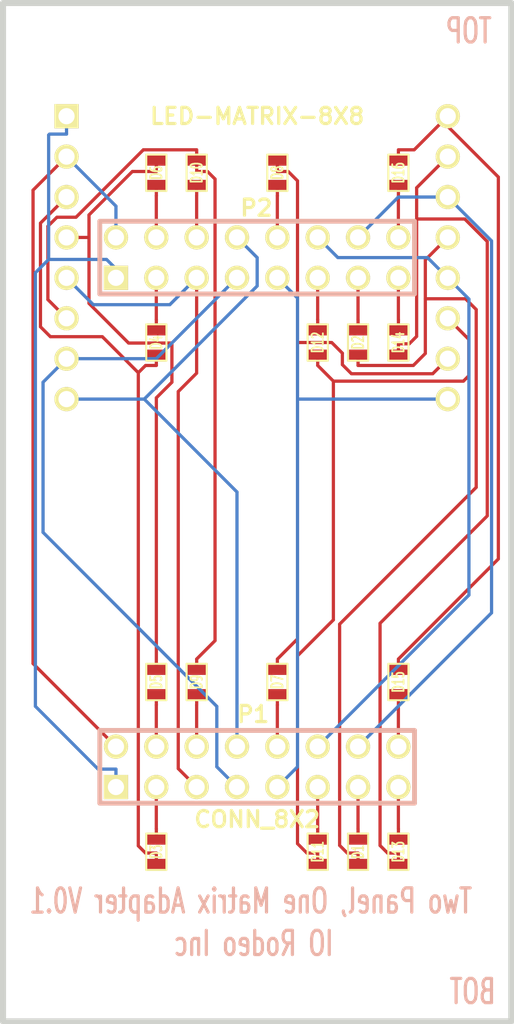
<source format=kicad_pcb>
(kicad_pcb (version 20171130) (host pcbnew 5.1.10)

  (general
    (thickness 1.6002)
    (drawings 8)
    (tracks 199)
    (zones 0)
    (modules 19)
    (nets 33)
  )

  (page A4)
  (title_block
    (date "12 apr 2013")
  )

  (layers
    (0 Front signal)
    (31 Back signal)
    (32 B.Adhes user)
    (33 F.Adhes user)
    (34 B.Paste user)
    (35 F.Paste user)
    (36 B.SilkS user)
    (37 F.SilkS user)
    (38 B.Mask user)
    (39 F.Mask user)
    (40 Dwgs.User user)
    (41 Cmts.User user)
    (42 Eco1.User user)
    (43 Eco2.User user)
    (44 Edge.Cuts user)
  )

  (setup
    (last_trace_width 0.2032)
    (trace_clearance 0.254)
    (zone_clearance 0.508)
    (zone_45_only no)
    (trace_min 0.2032)
    (via_size 0.889)
    (via_drill 0.635)
    (via_min_size 0.889)
    (via_min_drill 0.508)
    (uvia_size 0.508)
    (uvia_drill 0.127)
    (uvias_allowed no)
    (uvia_min_size 0.508)
    (uvia_min_drill 0.127)
    (edge_width 0.381)
    (segment_width 0.381)
    (pcb_text_width 0.3048)
    (pcb_text_size 1.524 2.032)
    (mod_edge_width 0.381)
    (mod_text_size 1.524 1.524)
    (mod_text_width 0.3048)
    (pad_size 1.524 1.524)
    (pad_drill 0.8128)
    (pad_to_mask_clearance 0.254)
    (aux_axis_origin 0 0)
    (visible_elements FFFFFF7F)
    (pcbplotparams
      (layerselection 0x00030_ffffffff)
      (usegerberextensions true)
      (usegerberattributes true)
      (usegerberadvancedattributes true)
      (creategerberjobfile true)
      (excludeedgelayer true)
      (linewidth 0.150000)
      (plotframeref false)
      (viasonmask false)
      (mode 1)
      (useauxorigin false)
      (hpglpennumber 1)
      (hpglpenspeed 20)
      (hpglpendiameter 15.000000)
      (psnegative false)
      (psa4output false)
      (plotreference true)
      (plotvalue true)
      (plotinvisibletext false)
      (padsonsilk false)
      (subtractmaskfromsilk false)
      (outputformat 1)
      (mirror false)
      (drillshape 1)
      (scaleselection 1)
      (outputdirectory ""))
  )

  (net 0 "")
  (net 1 /COL1)
  (net 2 /COL10)
  (net 3 /COL11)
  (net 4 /COL12)
  (net 5 /COL13)
  (net 6 /COL14)
  (net 7 /COL15)
  (net 8 /COL16)
  (net 9 /COL2)
  (net 10 /COL3)
  (net 11 /COL4)
  (net 12 /COL5)
  (net 13 /COL6)
  (net 14 /COL7)
  (net 15 /COL8)
  (net 16 /COL9)
  (net 17 /ROW1)
  (net 18 /ROW2)
  (net 19 /ROW3)
  (net 20 /ROW4)
  (net 21 /ROW5)
  (net 22 /ROW6)
  (net 23 /ROW7)
  (net 24 /ROW8)
  (net 25 N-000002)
  (net 26 N-000021)
  (net 27 N-000022)
  (net 28 N-000023)
  (net 29 N-000024)
  (net 30 N-000025)
  (net 31 N-000026)
  (net 32 N-000030)

  (net_class Default "This is the default net class."
    (clearance 0.254)
    (trace_width 0.2032)
    (via_dia 0.889)
    (via_drill 0.635)
    (uvia_dia 0.508)
    (uvia_drill 0.127)
    (add_net /COL1)
    (add_net /COL10)
    (add_net /COL11)
    (add_net /COL12)
    (add_net /COL13)
    (add_net /COL14)
    (add_net /COL15)
    (add_net /COL16)
    (add_net /COL2)
    (add_net /COL3)
    (add_net /COL4)
    (add_net /COL5)
    (add_net /COL6)
    (add_net /COL7)
    (add_net /COL8)
    (add_net /COL9)
    (add_net /ROW1)
    (add_net /ROW2)
    (add_net /ROW3)
    (add_net /ROW4)
    (add_net /ROW5)
    (add_net /ROW6)
    (add_net /ROW7)
    (add_net /ROW8)
    (add_net N-000002)
    (add_net N-000021)
    (add_net N-000022)
    (add_net N-000023)
    (add_net N-000024)
    (add_net N-000025)
    (add_net N-000026)
    (add_net N-000030)
  )

  (module pin_array_8x2_custom (layer Front) (tedit 51687AC4) (tstamp 516879BA)
    (at 66.79946 98.80092)
    (descr "Double rangee de contacts 2 x 8 pins")
    (tags CONN)
    (path /5161B211)
    (fp_text reference P1 (at -0.254 -3.302) (layer F.SilkS)
      (effects (font (size 1.016 1.016) (thickness 0.2032)))
    )
    (fp_text value CONN_8X2 (at 0 3.302) (layer F.SilkS)
      (effects (font (size 1.016 1.016) (thickness 0.2032)))
    )
    (fp_line (start -9.906 2.286) (end -9.906 -2.286) (layer B.SilkS) (width 0.3048))
    (fp_line (start -9.906 -2.286) (end 9.906 -2.286) (layer B.SilkS) (width 0.3048))
    (fp_line (start 9.906 -2.286) (end 9.906 2.286) (layer B.SilkS) (width 0.3048))
    (fp_line (start 9.906 2.286) (end -9.906 2.286) (layer B.SilkS) (width 0.3048))
    (pad 1 thru_hole rect (at -8.89 1.27) (size 1.524 1.524) (drill 1.016) (layers *.Cu *.Mask F.SilkS)
      (net 21 /ROW5))
    (pad 2 thru_hole circle (at -8.89 -1.27) (size 1.524 1.524) (drill 1.016) (layers *.Cu *.Mask F.SilkS)
      (net 23 /ROW7))
    (pad 3 thru_hole circle (at -6.35 1.27) (size 1.524 1.524) (drill 1.016) (layers *.Cu *.Mask F.SilkS)
      (net 9 /COL2))
    (pad 4 thru_hole circle (at -6.35 -1.27) (size 1.524 1.524) (drill 1.016) (layers *.Cu *.Mask F.SilkS)
      (net 10 /COL3))
    (pad 5 thru_hole circle (at -3.81 1.27) (size 1.524 1.524) (drill 1.016) (layers *.Cu *.Mask F.SilkS)
      (net 24 /ROW8))
    (pad 6 thru_hole circle (at -3.81 -1.27) (size 1.524 1.524) (drill 1.016) (layers *.Cu *.Mask F.SilkS)
      (net 12 /COL5))
    (pad 7 thru_hole circle (at -1.27 1.27) (size 1.524 1.524) (drill 1.016) (layers *.Cu *.Mask F.SilkS)
      (net 22 /ROW6))
    (pad 8 thru_hole circle (at -1.27 -1.27) (size 1.524 1.524) (drill 1.016) (layers *.Cu *.Mask F.SilkS)
      (net 19 /ROW3))
    (pad 9 thru_hole circle (at 1.27 1.27) (size 1.524 1.524) (drill 1.016) (layers *.Cu *.Mask F.SilkS)
      (net 17 /ROW1))
    (pad 10 thru_hole circle (at 1.27 -1.27) (size 1.524 1.524) (drill 1.016) (layers *.Cu *.Mask F.SilkS)
      (net 11 /COL4))
    (pad 11 thru_hole circle (at 3.81 1.27) (size 1.524 1.524) (drill 1.016) (layers *.Cu *.Mask F.SilkS)
      (net 13 /COL6))
    (pad 12 thru_hole circle (at 3.81 -1.27) (size 1.524 1.524) (drill 1.016) (layers *.Cu *.Mask F.SilkS)
      (net 20 /ROW4))
    (pad 13 thru_hole circle (at 6.35 1.27) (size 1.524 1.524) (drill 1.016) (layers *.Cu *.Mask F.SilkS)
      (net 1 /COL1))
    (pad 14 thru_hole circle (at 6.35 -1.27) (size 1.524 1.524) (drill 1.016) (layers *.Cu *.Mask F.SilkS)
      (net 18 /ROW2))
    (pad 15 thru_hole circle (at 8.89 1.27) (size 1.524 1.524) (drill 1.016) (layers *.Cu *.Mask F.SilkS)
      (net 14 /COL7))
    (pad 16 thru_hole circle (at 8.89 -1.27) (size 1.524 1.524) (drill 1.016) (layers *.Cu *.Mask F.SilkS)
      (net 15 /COL8))
    (model pin_array/pins_array_8x2.wrl
      (at (xyz 0 0 0))
      (scale (xyz 1 1 1))
      (rotate (xyz 0 0 0))
    )
  )

  (module pin_array_8x2_custom (layer Front) (tedit 51687A91) (tstamp 516879BC)
    (at 66.79946 66.79946)
    (descr "Double rangee de contacts 2 x 8 pins")
    (tags CONN)
    (path /5161BB2B)
    (fp_text reference P2 (at -0.04826 -3.12166) (layer F.SilkS)
      (effects (font (size 1.016 1.016) (thickness 0.2032)))
    )
    (fp_text value CONN_8X2 (at 0 3.302) (layer F.SilkS) hide
      (effects (font (size 1.016 1.016) (thickness 0.2032)))
    )
    (fp_line (start -9.906 2.286) (end -9.906 -2.286) (layer B.SilkS) (width 0.3048))
    (fp_line (start -9.906 -2.286) (end 9.906 -2.286) (layer B.SilkS) (width 0.3048))
    (fp_line (start 9.906 -2.286) (end 9.906 2.286) (layer B.SilkS) (width 0.3048))
    (fp_line (start 9.906 2.286) (end -9.906 2.286) (layer B.SilkS) (width 0.3048))
    (pad 1 thru_hole rect (at -8.89 1.27) (size 1.524 1.524) (drill 1.016) (layers *.Cu *.Mask F.SilkS)
      (net 21 /ROW5))
    (pad 2 thru_hole circle (at -8.89 -1.27) (size 1.524 1.524) (drill 1.016) (layers *.Cu *.Mask F.SilkS)
      (net 23 /ROW7))
    (pad 3 thru_hole circle (at -6.35 1.27) (size 1.524 1.524) (drill 1.016) (layers *.Cu *.Mask F.SilkS)
      (net 2 /COL10))
    (pad 4 thru_hole circle (at -6.35 -1.27) (size 1.524 1.524) (drill 1.016) (layers *.Cu *.Mask F.SilkS)
      (net 3 /COL11))
    (pad 5 thru_hole circle (at -3.81 1.27) (size 1.524 1.524) (drill 1.016) (layers *.Cu *.Mask F.SilkS)
      (net 24 /ROW8))
    (pad 6 thru_hole circle (at -3.81 -1.27) (size 1.524 1.524) (drill 1.016) (layers *.Cu *.Mask F.SilkS)
      (net 5 /COL13))
    (pad 7 thru_hole circle (at -1.27 1.27) (size 1.524 1.524) (drill 1.016) (layers *.Cu *.Mask F.SilkS)
      (net 22 /ROW6))
    (pad 8 thru_hole circle (at -1.27 -1.27) (size 1.524 1.524) (drill 1.016) (layers *.Cu *.Mask F.SilkS)
      (net 19 /ROW3))
    (pad 9 thru_hole circle (at 1.27 1.27) (size 1.524 1.524) (drill 1.016) (layers *.Cu *.Mask F.SilkS)
      (net 17 /ROW1))
    (pad 10 thru_hole circle (at 1.27 -1.27) (size 1.524 1.524) (drill 1.016) (layers *.Cu *.Mask F.SilkS)
      (net 4 /COL12))
    (pad 11 thru_hole circle (at 3.81 1.27) (size 1.524 1.524) (drill 1.016) (layers *.Cu *.Mask F.SilkS)
      (net 6 /COL14))
    (pad 12 thru_hole circle (at 3.81 -1.27) (size 1.524 1.524) (drill 1.016) (layers *.Cu *.Mask F.SilkS)
      (net 20 /ROW4))
    (pad 13 thru_hole circle (at 6.35 1.27) (size 1.524 1.524) (drill 1.016) (layers *.Cu *.Mask F.SilkS)
      (net 16 /COL9))
    (pad 14 thru_hole circle (at 6.35 -1.27) (size 1.524 1.524) (drill 1.016) (layers *.Cu *.Mask F.SilkS)
      (net 18 /ROW2))
    (pad 15 thru_hole circle (at 8.89 1.27) (size 1.524 1.524) (drill 1.016) (layers *.Cu *.Mask F.SilkS)
      (net 7 /COL15))
    (pad 16 thru_hole circle (at 8.89 -1.27) (size 1.524 1.524) (drill 1.016) (layers *.Cu *.Mask F.SilkS)
      (net 8 /COL16))
    (model pin_array/pins_array_8x2.wrl
      (at (xyz 0 0 0))
      (scale (xyz 1 1 1))
      (rotate (xyz 0 0 0))
    )
  )

  (module LED_8x8 (layer Front) (tedit 51689313) (tstamp 516879BD)
    (at 66.79946 66.79946)
    (descr "LED 8x8 Matrix w/ 8x1 Peel-A-Way connectors (terminal type 210)")
    (tags LED)
    (path /5161B1D4)
    (fp_text reference M1 (at -14.47546 -8.65886) (layer F.SilkS) hide
      (effects (font (size 1.016 1.016) (thickness 0.2032)))
    )
    (fp_text value LED-MATRIX-8X8 (at 0.00254 -8.88746) (layer F.SilkS)
      (effects (font (size 1.016 1.016) (thickness 0.2032)))
    )
    (fp_line (start 15.99946 15.99946) (end -15.99946 15.99946) (layer Dwgs.User) (width 0.3048))
    (fp_line (start -15.99946 15.99946) (end -15.99946 -15.99946) (layer Dwgs.User) (width 0.3048))
    (fp_line (start -15.99946 -15.99946) (end 15.99946 -15.99946) (layer Dwgs.User) (width 0.3048))
    (fp_line (start 15.99946 -15.99946) (end 15.99946 15.99946) (layer Dwgs.User) (width 0.3048))
    (fp_line (start 10.72896 9.90854) (end 10.72896 -9.90346) (layer Dwgs.User) (width 0.3048))
    (fp_line (start 13.26896 -9.90346) (end 13.26896 9.90854) (layer Dwgs.User) (width 0.3048))
    (fp_line (start 13.26896 -9.90346) (end 10.72896 -9.90346) (layer Dwgs.User) (width 0.3048))
    (fp_line (start 13.26896 9.90854) (end 10.72896 9.90854) (layer Dwgs.User) (width 0.3048))
    (fp_line (start -10.7315 9.90854) (end -13.2715 9.90854) (layer Dwgs.User) (width 0.3048))
    (fp_line (start -10.7315 -9.90346) (end -13.2715 -9.90346) (layer Dwgs.User) (width 0.3048))
    (fp_line (start -10.7315 -9.90346) (end -10.7315 9.90854) (layer Dwgs.User) (width 0.3048))
    (fp_line (start -13.2715 9.90854) (end -13.2715 -9.90346) (layer Dwgs.User) (width 0.3048))
    (pad 9 thru_hole circle (at 11.99896 8.89254 270) (size 1.524 1.524) (drill 1.016) (layers *.Cu *.Mask F.SilkS)
      (net 17 /ROW1))
    (pad 10 thru_hole circle (at 11.99896 6.35254 270) (size 1.524 1.524) (drill 1.016) (layers *.Cu *.Mask F.SilkS)
      (net 29 N-000024))
    (pad 11 thru_hole circle (at 11.99896 3.81254 270) (size 1.524 1.524) (drill 1.016) (layers *.Cu *.Mask F.SilkS)
      (net 28 N-000023))
    (pad 12 thru_hole circle (at 11.99896 1.27254 270) (size 1.524 1.524) (drill 1.016) (layers *.Cu *.Mask F.SilkS)
      (net 20 /ROW4))
    (pad 13 thru_hole circle (at 11.99896 -1.26746 270) (size 1.524 1.524) (drill 1.016) (layers *.Cu *.Mask F.SilkS)
      (net 31 N-000026))
    (pad 14 thru_hole circle (at 11.99896 -3.80746 270) (size 1.524 1.524) (drill 1.016) (layers *.Cu *.Mask F.SilkS)
      (net 18 /ROW2))
    (pad 15 thru_hole circle (at 11.99896 -6.34746 270) (size 1.524 1.524) (drill 1.016) (layers *.Cu *.Mask F.SilkS)
      (net 27 N-000022))
    (pad 16 thru_hole circle (at 11.99896 -8.88746 180) (size 1.524 1.524) (drill 1.016) (layers *.Cu *.Mask F.SilkS)
      (net 26 N-000021))
    (pad 1 thru_hole rect (at -12.0015 -8.88746 180) (size 1.524 1.524) (drill 1.016) (layers *.Cu *.Mask F.SilkS)
      (net 21 /ROW5))
    (pad 2 thru_hole circle (at -12.0015 -6.34746 270) (size 1.524 1.524) (drill 1.016) (layers *.Cu *.Mask F.SilkS)
      (net 23 /ROW7))
    (pad 3 thru_hole circle (at -12.0015 -3.80746 270) (size 1.524 1.524) (drill 1.016) (layers *.Cu *.Mask F.SilkS)
      (net 30 N-000025))
    (pad 4 thru_hole circle (at -12.0015 -1.26746 270) (size 1.524 1.524) (drill 1.016) (layers *.Cu *.Mask F.SilkS)
      (net 25 N-000002))
    (pad 5 thru_hole circle (at -12.0015 1.27254 270) (size 1.524 1.524) (drill 1.016) (layers *.Cu *.Mask F.SilkS)
      (net 24 /ROW8))
    (pad 6 thru_hole circle (at -12.0015 3.81254 270) (size 1.524 1.524) (drill 1.016) (layers *.Cu *.Mask F.SilkS)
      (net 32 N-000030))
    (pad 7 thru_hole circle (at -12.0015 6.35254 270) (size 1.524 1.524) (drill 1.016) (layers *.Cu *.Mask F.SilkS)
      (net 22 /ROW6))
    (pad 8 thru_hole circle (at -12.0015 8.89254 270) (size 1.524 1.524) (drill 1.016) (layers *.Cu *.Mask F.SilkS)
      (net 19 /ROW3))
  )

  (module SM0603 (layer Front) (tedit 455C3716) (tstamp 5168920F)
    (at 73.152 104.14 270)
    (path /51688E93)
    (attr smd)
    (fp_text reference D1 (at 0 0 270) (layer F.SilkS)
      (effects (font (size 0.7112 0.4572) (thickness 0.1143)))
    )
    (fp_text value DIODE (at 0 0 270) (layer F.SilkS) hide
      (effects (font (size 0.7112 0.4572) (thickness 0.1143)))
    )
    (fp_line (start -1.143 -0.635) (end 1.143 -0.635) (layer F.SilkS) (width 0.127))
    (fp_line (start 1.143 -0.635) (end 1.143 0.635) (layer F.SilkS) (width 0.127))
    (fp_line (start 1.143 0.635) (end -1.143 0.635) (layer F.SilkS) (width 0.127))
    (fp_line (start -1.143 0.635) (end -1.143 -0.635) (layer F.SilkS) (width 0.127))
    (pad 1 smd rect (at -0.762 0 270) (size 0.635 1.143) (layers Front F.Paste F.Mask)
      (net 1 /COL1))
    (pad 2 smd rect (at 0.762 0 270) (size 0.635 1.143) (layers Front F.Paste F.Mask)
      (net 31 N-000026))
    (model smd/chip_cms.wrl
      (at (xyz 0 0 0))
      (scale (xyz 0.08 0.08 0.08))
      (rotate (xyz 0 0 0))
    )
  )

  (module SM0603 (layer Front) (tedit 455C3716) (tstamp 51689211)
    (at 73.152 72.136 270)
    (path /51688EBB)
    (attr smd)
    (fp_text reference D2 (at 0 0 270) (layer F.SilkS)
      (effects (font (size 0.7112 0.4572) (thickness 0.1143)))
    )
    (fp_text value DIODE (at 0 0 270) (layer F.SilkS) hide
      (effects (font (size 0.7112 0.4572) (thickness 0.1143)))
    )
    (fp_line (start -1.143 -0.635) (end 1.143 -0.635) (layer F.SilkS) (width 0.127))
    (fp_line (start 1.143 -0.635) (end 1.143 0.635) (layer F.SilkS) (width 0.127))
    (fp_line (start 1.143 0.635) (end -1.143 0.635) (layer F.SilkS) (width 0.127))
    (fp_line (start -1.143 0.635) (end -1.143 -0.635) (layer F.SilkS) (width 0.127))
    (pad 1 smd rect (at -0.762 0 270) (size 0.635 1.143) (layers Front F.Paste F.Mask)
      (net 16 /COL9))
    (pad 2 smd rect (at 0.762 0 270) (size 0.635 1.143) (layers Front F.Paste F.Mask)
      (net 31 N-000026))
    (model smd/chip_cms.wrl
      (at (xyz 0 0 0))
      (scale (xyz 0.08 0.08 0.08))
      (rotate (xyz 0 0 0))
    )
  )

  (module SM0603 (layer Front) (tedit 455C3716) (tstamp 51689213)
    (at 60.452 104.14 270)
    (path /51688EC6)
    (attr smd)
    (fp_text reference D3 (at 0 0 270) (layer F.SilkS)
      (effects (font (size 0.7112 0.4572) (thickness 0.1143)))
    )
    (fp_text value DIODE (at 0 0 270) (layer F.SilkS) hide
      (effects (font (size 0.7112 0.4572) (thickness 0.1143)))
    )
    (fp_line (start -1.143 -0.635) (end 1.143 -0.635) (layer F.SilkS) (width 0.127))
    (fp_line (start 1.143 -0.635) (end 1.143 0.635) (layer F.SilkS) (width 0.127))
    (fp_line (start 1.143 0.635) (end -1.143 0.635) (layer F.SilkS) (width 0.127))
    (fp_line (start -1.143 0.635) (end -1.143 -0.635) (layer F.SilkS) (width 0.127))
    (pad 1 smd rect (at -0.762 0 270) (size 0.635 1.143) (layers Front F.Paste F.Mask)
      (net 9 /COL2))
    (pad 2 smd rect (at 0.762 0 270) (size 0.635 1.143) (layers Front F.Paste F.Mask)
      (net 30 N-000025))
    (model smd/chip_cms.wrl
      (at (xyz 0 0 0))
      (scale (xyz 0.08 0.08 0.08))
      (rotate (xyz 0 0 0))
    )
  )

  (module SM0603 (layer Front) (tedit 455C3716) (tstamp 51689215)
    (at 60.452 72.136 270)
    (path /51688EC9)
    (attr smd)
    (fp_text reference D4 (at 0 0 270) (layer F.SilkS)
      (effects (font (size 0.7112 0.4572) (thickness 0.1143)))
    )
    (fp_text value DIODE (at 0 0 270) (layer F.SilkS) hide
      (effects (font (size 0.7112 0.4572) (thickness 0.1143)))
    )
    (fp_line (start -1.143 -0.635) (end 1.143 -0.635) (layer F.SilkS) (width 0.127))
    (fp_line (start 1.143 -0.635) (end 1.143 0.635) (layer F.SilkS) (width 0.127))
    (fp_line (start 1.143 0.635) (end -1.143 0.635) (layer F.SilkS) (width 0.127))
    (fp_line (start -1.143 0.635) (end -1.143 -0.635) (layer F.SilkS) (width 0.127))
    (pad 1 smd rect (at -0.762 0 270) (size 0.635 1.143) (layers Front F.Paste F.Mask)
      (net 2 /COL10))
    (pad 2 smd rect (at 0.762 0 270) (size 0.635 1.143) (layers Front F.Paste F.Mask)
      (net 30 N-000025))
    (model smd/chip_cms.wrl
      (at (xyz 0 0 0))
      (scale (xyz 0.08 0.08 0.08))
      (rotate (xyz 0 0 0))
    )
  )

  (module SM0603 (layer Front) (tedit 455C3716) (tstamp 51689217)
    (at 60.452 93.472 90)
    (path /51688ECC)
    (attr smd)
    (fp_text reference D5 (at 0 0 90) (layer F.SilkS)
      (effects (font (size 0.7112 0.4572) (thickness 0.1143)))
    )
    (fp_text value DIODE (at 0 0 90) (layer F.SilkS) hide
      (effects (font (size 0.7112 0.4572) (thickness 0.1143)))
    )
    (fp_line (start -1.143 -0.635) (end 1.143 -0.635) (layer F.SilkS) (width 0.127))
    (fp_line (start 1.143 -0.635) (end 1.143 0.635) (layer F.SilkS) (width 0.127))
    (fp_line (start 1.143 0.635) (end -1.143 0.635) (layer F.SilkS) (width 0.127))
    (fp_line (start -1.143 0.635) (end -1.143 -0.635) (layer F.SilkS) (width 0.127))
    (pad 1 smd rect (at -0.762 0 90) (size 0.635 1.143) (layers Front F.Paste F.Mask)
      (net 10 /COL3))
    (pad 2 smd rect (at 0.762 0 90) (size 0.635 1.143) (layers Front F.Paste F.Mask)
      (net 25 N-000002))
    (model smd/chip_cms.wrl
      (at (xyz 0 0 0))
      (scale (xyz 0.08 0.08 0.08))
      (rotate (xyz 0 0 0))
    )
  )

  (module SM0603 (layer Front) (tedit 455C3716) (tstamp 51689219)
    (at 60.452 61.468 90)
    (path /51688ECD)
    (attr smd)
    (fp_text reference D6 (at 0 0 90) (layer F.SilkS)
      (effects (font (size 0.7112 0.4572) (thickness 0.1143)))
    )
    (fp_text value DIODE (at 0 0 90) (layer F.SilkS) hide
      (effects (font (size 0.7112 0.4572) (thickness 0.1143)))
    )
    (fp_line (start -1.143 -0.635) (end 1.143 -0.635) (layer F.SilkS) (width 0.127))
    (fp_line (start 1.143 -0.635) (end 1.143 0.635) (layer F.SilkS) (width 0.127))
    (fp_line (start 1.143 0.635) (end -1.143 0.635) (layer F.SilkS) (width 0.127))
    (fp_line (start -1.143 0.635) (end -1.143 -0.635) (layer F.SilkS) (width 0.127))
    (pad 1 smd rect (at -0.762 0 90) (size 0.635 1.143) (layers Front F.Paste F.Mask)
      (net 3 /COL11))
    (pad 2 smd rect (at 0.762 0 90) (size 0.635 1.143) (layers Front F.Paste F.Mask)
      (net 25 N-000002))
    (model smd/chip_cms.wrl
      (at (xyz 0 0 0))
      (scale (xyz 0.08 0.08 0.08))
      (rotate (xyz 0 0 0))
    )
  )

  (module SM0603 (layer Front) (tedit 455C3716) (tstamp 5168921B)
    (at 68.072 93.472 90)
    (path /51688ECF)
    (attr smd)
    (fp_text reference D7 (at 0 0 90) (layer F.SilkS)
      (effects (font (size 0.7112 0.4572) (thickness 0.1143)))
    )
    (fp_text value DIODE (at 0 0 90) (layer F.SilkS) hide
      (effects (font (size 0.7112 0.4572) (thickness 0.1143)))
    )
    (fp_line (start -1.143 -0.635) (end 1.143 -0.635) (layer F.SilkS) (width 0.127))
    (fp_line (start 1.143 -0.635) (end 1.143 0.635) (layer F.SilkS) (width 0.127))
    (fp_line (start 1.143 0.635) (end -1.143 0.635) (layer F.SilkS) (width 0.127))
    (fp_line (start -1.143 0.635) (end -1.143 -0.635) (layer F.SilkS) (width 0.127))
    (pad 1 smd rect (at -0.762 0 90) (size 0.635 1.143) (layers Front F.Paste F.Mask)
      (net 11 /COL4))
    (pad 2 smd rect (at 0.762 0 90) (size 0.635 1.143) (layers Front F.Paste F.Mask)
      (net 29 N-000024))
    (model smd/chip_cms.wrl
      (at (xyz 0 0 0))
      (scale (xyz 0.08 0.08 0.08))
      (rotate (xyz 0 0 0))
    )
  )

  (module SM0603 (layer Front) (tedit 455C3716) (tstamp 5168921D)
    (at 68.072 61.468 90)
    (path /51688F94)
    (attr smd)
    (fp_text reference D8 (at 0 0 90) (layer F.SilkS)
      (effects (font (size 0.7112 0.4572) (thickness 0.1143)))
    )
    (fp_text value DIODE (at 0 0 90) (layer F.SilkS) hide
      (effects (font (size 0.7112 0.4572) (thickness 0.1143)))
    )
    (fp_line (start -1.143 -0.635) (end 1.143 -0.635) (layer F.SilkS) (width 0.127))
    (fp_line (start 1.143 -0.635) (end 1.143 0.635) (layer F.SilkS) (width 0.127))
    (fp_line (start 1.143 0.635) (end -1.143 0.635) (layer F.SilkS) (width 0.127))
    (fp_line (start -1.143 0.635) (end -1.143 -0.635) (layer F.SilkS) (width 0.127))
    (pad 1 smd rect (at -0.762 0 90) (size 0.635 1.143) (layers Front F.Paste F.Mask)
      (net 4 /COL12))
    (pad 2 smd rect (at 0.762 0 90) (size 0.635 1.143) (layers Front F.Paste F.Mask)
      (net 29 N-000024))
    (model smd/chip_cms.wrl
      (at (xyz 0 0 0))
      (scale (xyz 0.08 0.08 0.08))
      (rotate (xyz 0 0 0))
    )
  )

  (module SM0603 (layer Front) (tedit 455C3716) (tstamp 5168921F)
    (at 62.992 93.472 90)
    (path /51688F96)
    (attr smd)
    (fp_text reference D9 (at 0 0 90) (layer F.SilkS)
      (effects (font (size 0.7112 0.4572) (thickness 0.1143)))
    )
    (fp_text value DIODE (at 0 0 90) (layer F.SilkS) hide
      (effects (font (size 0.7112 0.4572) (thickness 0.1143)))
    )
    (fp_line (start -1.143 -0.635) (end 1.143 -0.635) (layer F.SilkS) (width 0.127))
    (fp_line (start 1.143 -0.635) (end 1.143 0.635) (layer F.SilkS) (width 0.127))
    (fp_line (start 1.143 0.635) (end -1.143 0.635) (layer F.SilkS) (width 0.127))
    (fp_line (start -1.143 0.635) (end -1.143 -0.635) (layer F.SilkS) (width 0.127))
    (pad 1 smd rect (at -0.762 0 90) (size 0.635 1.143) (layers Front F.Paste F.Mask)
      (net 12 /COL5))
    (pad 2 smd rect (at 0.762 0 90) (size 0.635 1.143) (layers Front F.Paste F.Mask)
      (net 32 N-000030))
    (model smd/chip_cms.wrl
      (at (xyz 0 0 0))
      (scale (xyz 0.08 0.08 0.08))
      (rotate (xyz 0 0 0))
    )
  )

  (module SM0603 (layer Front) (tedit 455C3716) (tstamp 51689221)
    (at 62.992 61.468 90)
    (path /51688F97)
    (attr smd)
    (fp_text reference D10 (at 0 0 90) (layer F.SilkS)
      (effects (font (size 0.7112 0.4572) (thickness 0.1143)))
    )
    (fp_text value DIODE (at 0 0 90) (layer F.SilkS) hide
      (effects (font (size 0.7112 0.4572) (thickness 0.1143)))
    )
    (fp_line (start -1.143 -0.635) (end 1.143 -0.635) (layer F.SilkS) (width 0.127))
    (fp_line (start 1.143 -0.635) (end 1.143 0.635) (layer F.SilkS) (width 0.127))
    (fp_line (start 1.143 0.635) (end -1.143 0.635) (layer F.SilkS) (width 0.127))
    (fp_line (start -1.143 0.635) (end -1.143 -0.635) (layer F.SilkS) (width 0.127))
    (pad 1 smd rect (at -0.762 0 90) (size 0.635 1.143) (layers Front F.Paste F.Mask)
      (net 5 /COL13))
    (pad 2 smd rect (at 0.762 0 90) (size 0.635 1.143) (layers Front F.Paste F.Mask)
      (net 32 N-000030))
    (model smd/chip_cms.wrl
      (at (xyz 0 0 0))
      (scale (xyz 0.08 0.08 0.08))
      (rotate (xyz 0 0 0))
    )
  )

  (module SM0603 (layer Front) (tedit 455C3716) (tstamp 51689223)
    (at 70.612 104.14 270)
    (path /51688FB2)
    (attr smd)
    (fp_text reference D11 (at 0 0 270) (layer F.SilkS)
      (effects (font (size 0.7112 0.4572) (thickness 0.1143)))
    )
    (fp_text value DIODE (at 0 0 270) (layer F.SilkS) hide
      (effects (font (size 0.7112 0.4572) (thickness 0.1143)))
    )
    (fp_line (start -1.143 -0.635) (end 1.143 -0.635) (layer F.SilkS) (width 0.127))
    (fp_line (start 1.143 -0.635) (end 1.143 0.635) (layer F.SilkS) (width 0.127))
    (fp_line (start 1.143 0.635) (end -1.143 0.635) (layer F.SilkS) (width 0.127))
    (fp_line (start -1.143 0.635) (end -1.143 -0.635) (layer F.SilkS) (width 0.127))
    (pad 1 smd rect (at -0.762 0 270) (size 0.635 1.143) (layers Front F.Paste F.Mask)
      (net 13 /COL6))
    (pad 2 smd rect (at 0.762 0 270) (size 0.635 1.143) (layers Front F.Paste F.Mask)
      (net 28 N-000023))
    (model smd/chip_cms.wrl
      (at (xyz 0 0 0))
      (scale (xyz 0.08 0.08 0.08))
      (rotate (xyz 0 0 0))
    )
  )

  (module SM0603 (layer Front) (tedit 455C3716) (tstamp 51689225)
    (at 70.612 72.136 270)
    (path /51689021)
    (attr smd)
    (fp_text reference D12 (at 0 0 270) (layer F.SilkS)
      (effects (font (size 0.7112 0.4572) (thickness 0.1143)))
    )
    (fp_text value DIODE (at 0 0 270) (layer F.SilkS) hide
      (effects (font (size 0.7112 0.4572) (thickness 0.1143)))
    )
    (fp_line (start -1.143 -0.635) (end 1.143 -0.635) (layer F.SilkS) (width 0.127))
    (fp_line (start 1.143 -0.635) (end 1.143 0.635) (layer F.SilkS) (width 0.127))
    (fp_line (start 1.143 0.635) (end -1.143 0.635) (layer F.SilkS) (width 0.127))
    (fp_line (start -1.143 0.635) (end -1.143 -0.635) (layer F.SilkS) (width 0.127))
    (pad 1 smd rect (at -0.762 0 270) (size 0.635 1.143) (layers Front F.Paste F.Mask)
      (net 6 /COL14))
    (pad 2 smd rect (at 0.762 0 270) (size 0.635 1.143) (layers Front F.Paste F.Mask)
      (net 28 N-000023))
    (model smd/chip_cms.wrl
      (at (xyz 0 0 0))
      (scale (xyz 0.08 0.08 0.08))
      (rotate (xyz 0 0 0))
    )
  )

  (module SM0603 (layer Front) (tedit 455C3716) (tstamp 51689227)
    (at 75.692 104.14 270)
    (path /51689022)
    (attr smd)
    (fp_text reference D13 (at 0 0 270) (layer F.SilkS)
      (effects (font (size 0.7112 0.4572) (thickness 0.1143)))
    )
    (fp_text value DIODE (at 0 0 270) (layer F.SilkS) hide
      (effects (font (size 0.7112 0.4572) (thickness 0.1143)))
    )
    (fp_line (start -1.143 -0.635) (end 1.143 -0.635) (layer F.SilkS) (width 0.127))
    (fp_line (start 1.143 -0.635) (end 1.143 0.635) (layer F.SilkS) (width 0.127))
    (fp_line (start 1.143 0.635) (end -1.143 0.635) (layer F.SilkS) (width 0.127))
    (fp_line (start -1.143 0.635) (end -1.143 -0.635) (layer F.SilkS) (width 0.127))
    (pad 1 smd rect (at -0.762 0 270) (size 0.635 1.143) (layers Front F.Paste F.Mask)
      (net 14 /COL7))
    (pad 2 smd rect (at 0.762 0 270) (size 0.635 1.143) (layers Front F.Paste F.Mask)
      (net 27 N-000022))
    (model smd/chip_cms.wrl
      (at (xyz 0 0 0))
      (scale (xyz 0.08 0.08 0.08))
      (rotate (xyz 0 0 0))
    )
  )

  (module SM0603 (layer Front) (tedit 455C3716) (tstamp 51689229)
    (at 75.692 72.136 270)
    (path /51689024)
    (attr smd)
    (fp_text reference D14 (at 0 0 270) (layer F.SilkS)
      (effects (font (size 0.7112 0.4572) (thickness 0.1143)))
    )
    (fp_text value DIODE (at 0 0 270) (layer F.SilkS) hide
      (effects (font (size 0.7112 0.4572) (thickness 0.1143)))
    )
    (fp_line (start -1.143 -0.635) (end 1.143 -0.635) (layer F.SilkS) (width 0.127))
    (fp_line (start 1.143 -0.635) (end 1.143 0.635) (layer F.SilkS) (width 0.127))
    (fp_line (start 1.143 0.635) (end -1.143 0.635) (layer F.SilkS) (width 0.127))
    (fp_line (start -1.143 0.635) (end -1.143 -0.635) (layer F.SilkS) (width 0.127))
    (pad 1 smd rect (at -0.762 0 270) (size 0.635 1.143) (layers Front F.Paste F.Mask)
      (net 7 /COL15))
    (pad 2 smd rect (at 0.762 0 270) (size 0.635 1.143) (layers Front F.Paste F.Mask)
      (net 27 N-000022))
    (model smd/chip_cms.wrl
      (at (xyz 0 0 0))
      (scale (xyz 0.08 0.08 0.08))
      (rotate (xyz 0 0 0))
    )
  )

  (module SM0603 (layer Front) (tedit 455C3716) (tstamp 5168922B)
    (at 75.692 93.472 90)
    (path /51689026)
    (attr smd)
    (fp_text reference D15 (at 0 0 90) (layer F.SilkS)
      (effects (font (size 0.7112 0.4572) (thickness 0.1143)))
    )
    (fp_text value DIODE (at 0 0 90) (layer F.SilkS) hide
      (effects (font (size 0.7112 0.4572) (thickness 0.1143)))
    )
    (fp_line (start -1.143 -0.635) (end 1.143 -0.635) (layer F.SilkS) (width 0.127))
    (fp_line (start 1.143 -0.635) (end 1.143 0.635) (layer F.SilkS) (width 0.127))
    (fp_line (start 1.143 0.635) (end -1.143 0.635) (layer F.SilkS) (width 0.127))
    (fp_line (start -1.143 0.635) (end -1.143 -0.635) (layer F.SilkS) (width 0.127))
    (pad 1 smd rect (at -0.762 0 90) (size 0.635 1.143) (layers Front F.Paste F.Mask)
      (net 15 /COL8))
    (pad 2 smd rect (at 0.762 0 90) (size 0.635 1.143) (layers Front F.Paste F.Mask)
      (net 26 N-000021))
    (model smd/chip_cms.wrl
      (at (xyz 0 0 0))
      (scale (xyz 0.08 0.08 0.08))
      (rotate (xyz 0 0 0))
    )
  )

  (module SM0603 (layer Front) (tedit 455C3716) (tstamp 5168922D)
    (at 75.692 61.468 90)
    (path /51689109)
    (attr smd)
    (fp_text reference D16 (at 0 0 90) (layer F.SilkS)
      (effects (font (size 0.7112 0.4572) (thickness 0.1143)))
    )
    (fp_text value DIODE (at 0 0 90) (layer F.SilkS) hide
      (effects (font (size 0.7112 0.4572) (thickness 0.1143)))
    )
    (fp_line (start -1.143 -0.635) (end 1.143 -0.635) (layer F.SilkS) (width 0.127))
    (fp_line (start 1.143 -0.635) (end 1.143 0.635) (layer F.SilkS) (width 0.127))
    (fp_line (start 1.143 0.635) (end -1.143 0.635) (layer F.SilkS) (width 0.127))
    (fp_line (start -1.143 0.635) (end -1.143 -0.635) (layer F.SilkS) (width 0.127))
    (pad 1 smd rect (at -0.762 0 90) (size 0.635 1.143) (layers Front F.Paste F.Mask)
      (net 8 /COL16))
    (pad 2 smd rect (at 0.762 0 90) (size 0.635 1.143) (layers Front F.Paste F.Mask)
      (net 26 N-000021))
    (model smd/chip_cms.wrl
      (at (xyz 0 0 0))
      (scale (xyz 0.08 0.08 0.08))
      (rotate (xyz 0 0 0))
    )
  )

  (gr_text "IO Rodeo Inc" (at 66.5734 109.9058) (layer B.SilkS)
    (effects (font (size 1.524 1.016) (thickness 0.2032)) (justify mirror))
  )
  (gr_text "Two Panel, One Matrix Adapter V0.1" (at 66.3956 107.2388) (layer B.SilkS)
    (effects (font (size 1.524 1.016) (thickness 0.2032)) (justify mirror))
  )
  (gr_text BOT (at 80.3656 112.9284) (layer B.SilkS)
    (effects (font (size 1.524 1.016) (thickness 0.2032)) (justify mirror))
  )
  (gr_text TOP (at 80.1116 52.5526) (layer B.SilkS)
    (effects (font (size 1.524 1.016) (thickness 0.2032)) (justify mirror))
  )
  (gr_line (start 82.79892 50.8) (end 50.8 50.8) (angle 90) (layer Edge.Cuts) (width 0.381))
  (gr_line (start 82.79892 114.80038) (end 82.79892 50.8) (angle 90) (layer Edge.Cuts) (width 0.381))
  (gr_line (start 50.8 114.80038) (end 82.79892 114.80038) (angle 90) (layer Edge.Cuts) (width 0.381))
  (gr_line (start 50.8 50.8) (end 50.8 114.80038) (angle 90) (layer Edge.Cuts) (width 0.381))

  (segment (start 73.14946 102.69728) (end 73.14946 100.07092) (width 0.2032) (layer Front) (net 1) (status 800000))
  (segment (start 73.152 102.69728) (end 73.14946 102.69728) (width 0.2032) (layer Front) (net 1))
  (segment (start 73.152 103.378) (end 73.152 102.69728) (width 0.2032) (layer Front) (net 1) (status 400000))
  (segment (start 60.44946 70.69328) (end 60.44946 68.06946) (width 0.2032) (layer Front) (net 2) (status 800000))
  (segment (start 60.452 70.69328) (end 60.44946 70.69328) (width 0.2032) (layer Front) (net 2))
  (segment (start 60.452 71.374) (end 60.452 70.69328) (width 0.2032) (layer Front) (net 2) (status 400000))
  (segment (start 60.44946 62.91072) (end 60.44946 65.52946) (width 0.2032) (layer Front) (net 3) (status 800000))
  (segment (start 60.452 62.91072) (end 60.44946 62.91072) (width 0.2032) (layer Front) (net 3))
  (segment (start 60.452 62.23) (end 60.452 62.91072) (width 0.2032) (layer Front) (net 3) (status 400000))
  (segment (start 68.06946 62.91072) (end 68.06946 65.52946) (width 0.2032) (layer Front) (net 4) (status 800000))
  (segment (start 68.072 62.91072) (end 68.06946 62.91072) (width 0.2032) (layer Front) (net 4))
  (segment (start 68.072 62.23) (end 68.072 62.91072) (width 0.2032) (layer Front) (net 4) (status 400000))
  (segment (start 62.98946 62.91072) (end 62.98946 65.52946) (width 0.2032) (layer Front) (net 5) (status 800000))
  (segment (start 62.992 62.91072) (end 62.98946 62.91072) (width 0.2032) (layer Front) (net 5))
  (segment (start 62.992 62.23) (end 62.992 62.91072) (width 0.2032) (layer Front) (net 5) (status 400000))
  (segment (start 70.60946 70.69328) (end 70.60946 68.06946) (width 0.2032) (layer Front) (net 6) (status 800000))
  (segment (start 70.612 70.69328) (end 70.60946 70.69328) (width 0.2032) (layer Front) (net 6))
  (segment (start 70.612 71.374) (end 70.612 70.69328) (width 0.2032) (layer Front) (net 6) (status 400000))
  (segment (start 75.68946 70.69328) (end 75.68946 68.06946) (width 0.2032) (layer Front) (net 7) (status 800000))
  (segment (start 75.692 70.69328) (end 75.68946 70.69328) (width 0.2032) (layer Front) (net 7))
  (segment (start 75.692 71.374) (end 75.692 70.69328) (width 0.2032) (layer Front) (net 7) (status 400000))
  (segment (start 75.68946 62.91072) (end 75.68946 65.52946) (width 0.2032) (layer Front) (net 8) (status 800000))
  (segment (start 75.692 62.91072) (end 75.68946 62.91072) (width 0.2032) (layer Front) (net 8))
  (segment (start 75.692 62.23) (end 75.692 62.91072) (width 0.2032) (layer Front) (net 8) (status 400000))
  (segment (start 60.44946 102.69728) (end 60.44946 100.07092) (width 0.2032) (layer Front) (net 9) (status 800000))
  (segment (start 60.452 102.69728) (end 60.44946 102.69728) (width 0.2032) (layer Front) (net 9))
  (segment (start 60.452 103.378) (end 60.452 102.69728) (width 0.2032) (layer Front) (net 9) (status 400000))
  (segment (start 60.44946 94.91472) (end 60.44946 97.53092) (width 0.2032) (layer Front) (net 10) (status 800000))
  (segment (start 60.452 94.91472) (end 60.44946 94.91472) (width 0.2032) (layer Front) (net 10))
  (segment (start 60.452 94.234) (end 60.452 94.91472) (width 0.2032) (layer Front) (net 10) (status 400000))
  (segment (start 68.06946 94.91472) (end 68.06946 97.53092) (width 0.2032) (layer Front) (net 11) (status 800000))
  (segment (start 68.072 94.91472) (end 68.06946 94.91472) (width 0.2032) (layer Front) (net 11))
  (segment (start 68.072 94.234) (end 68.072 94.91472) (width 0.2032) (layer Front) (net 11) (status 400000))
  (segment (start 62.98946 94.91472) (end 62.98946 97.53092) (width 0.2032) (layer Front) (net 12) (status 800000))
  (segment (start 62.992 94.91472) (end 62.98946 94.91472) (width 0.2032) (layer Front) (net 12))
  (segment (start 62.992 94.234) (end 62.992 94.91472) (width 0.2032) (layer Front) (net 12) (status 400000))
  (segment (start 70.60946 102.69728) (end 70.60946 100.07092) (width 0.2032) (layer Front) (net 13) (status 800000))
  (segment (start 70.612 102.69728) (end 70.60946 102.69728) (width 0.2032) (layer Front) (net 13))
  (segment (start 70.612 103.378) (end 70.612 102.69728) (width 0.2032) (layer Front) (net 13) (status 400000))
  (segment (start 75.68946 102.69728) (end 75.68946 100.07092) (width 0.2032) (layer Front) (net 14) (status 800000))
  (segment (start 75.692 102.69728) (end 75.68946 102.69728) (width 0.2032) (layer Front) (net 14))
  (segment (start 75.692 103.378) (end 75.692 102.69728) (width 0.2032) (layer Front) (net 14) (status 400000))
  (segment (start 75.68946 94.91472) (end 75.68946 97.53092) (width 0.2032) (layer Front) (net 15) (status 800000))
  (segment (start 75.692 94.91472) (end 75.68946 94.91472) (width 0.2032) (layer Front) (net 15))
  (segment (start 75.692 94.234) (end 75.692 94.91472) (width 0.2032) (layer Front) (net 15) (status 400000))
  (segment (start 73.14946 70.69328) (end 73.14946 68.06946) (width 0.2032) (layer Front) (net 16) (status 800000))
  (segment (start 73.152 70.69328) (end 73.14946 70.69328) (width 0.2032) (layer Front) (net 16))
  (segment (start 73.152 71.374) (end 73.152 70.69328) (width 0.2032) (layer Front) (net 16) (status 400000))
  (segment (start 78.79842 75.692) (end 69.33946 75.692) (width 0.2032) (layer Back) (net 17) (status 400000))
  (segment (start 69.33946 69.33946) (end 69.33946 75.692) (width 0.2032) (layer Back) (net 17))
  (segment (start 68.06946 68.06946) (end 69.33946 69.33946) (width 0.2032) (layer Back) (net 17) (status 400000))
  (segment (start 69.33946 98.80092) (end 68.06946 100.07092) (width 0.2032) (layer Back) (net 17) (status 800000))
  (segment (start 69.33946 75.692) (end 69.33946 98.80092) (width 0.2032) (layer Back) (net 17))
  (segment (start 75.68692 62.992) (end 78.79842 62.992) (width 0.2032) (layer Back) (net 18) (status 800000))
  (segment (start 73.14946 65.52946) (end 75.68692 62.992) (width 0.2032) (layer Back) (net 18) (status 400000))
  (segment (start 81.55686 89.12352) (end 73.14946 97.53092) (width 0.2032) (layer Back) (net 18) (status 800000))
  (segment (start 81.55686 65.75044) (end 81.55686 89.12352) (width 0.2032) (layer Back) (net 18))
  (segment (start 78.79842 62.992) (end 81.55686 65.75044) (width 0.2032) (layer Back) (net 18) (status 400000))
  (segment (start 65.52946 81.53146) (end 65.52946 97.53092) (width 0.2032) (layer Back) (net 19) (status 800000))
  (segment (start 59.69 75.692) (end 65.52946 81.53146) (width 0.2032) (layer Back) (net 19))
  (segment (start 54.79796 75.692) (end 59.69 75.692) (width 0.2032) (layer Back) (net 19) (status 400000))
  (segment (start 66.79946 66.79946) (end 65.52946 65.52946) (width 0.2032) (layer Back) (net 19) (status 800000))
  (segment (start 66.79946 68.58254) (end 66.79946 66.79946) (width 0.2032) (layer Back) (net 19))
  (segment (start 59.69 75.692) (end 66.79946 68.58254) (width 0.2032) (layer Back) (net 19))
  (segment (start 77.52588 66.79946) (end 78.79842 68.072) (width 0.2032) (layer Back) (net 20) (status 800000))
  (segment (start 71.87946 66.79946) (end 77.52588 66.79946) (width 0.2032) (layer Back) (net 20))
  (segment (start 70.60946 65.52946) (end 71.87946 66.79946) (width 0.2032) (layer Back) (net 20) (status 400000))
  (segment (start 80.13192 88.00846) (end 70.60946 97.53092) (width 0.2032) (layer Back) (net 20) (status 800000))
  (segment (start 80.13192 69.4055) (end 80.13192 88.00846) (width 0.2032) (layer Back) (net 20))
  (segment (start 78.79842 68.072) (end 80.13192 69.4055) (width 0.2032) (layer Back) (net 20) (status 400000))
  (segment (start 57.90946 68.06946) (end 57.90946 67.50558) (width 0.2032) (layer Back) (net 21) (status 400000))
  (segment (start 57.90946 100.07092) (end 57.90946 98.9457) (width 0.2032) (layer Back) (net 21) (status 400000))
  (segment (start 54.79796 57.912) (end 54.79796 59.03722) (width 0.2032) (layer Back) (net 21) (status 400000))
  (segment (start 53.67274 59.0931) (end 53.67274 66.91376) (width 0.2032) (layer Back) (net 21))
  (segment (start 53.72862 59.03722) (end 53.67274 59.0931) (width 0.2032) (layer Back) (net 21))
  (segment (start 54.79796 59.03722) (end 53.72862 59.03722) (width 0.2032) (layer Back) (net 21))
  (segment (start 57.31764 66.91376) (end 53.67274 66.91376) (width 0.2032) (layer Back) (net 21))
  (segment (start 57.90946 67.50558) (end 57.31764 66.91376) (width 0.2032) (layer Back) (net 21))
  (segment (start 56.78424 98.9457) (end 57.90946 98.9457) (width 0.2032) (layer Back) (net 21))
  (segment (start 52.83708 94.99854) (end 56.78424 98.9457) (width 0.2032) (layer Back) (net 21))
  (segment (start 52.83708 67.74942) (end 52.83708 94.99854) (width 0.2032) (layer Back) (net 21))
  (segment (start 53.67274 66.91376) (end 52.83708 67.74942) (width 0.2032) (layer Back) (net 21))
  (segment (start 60.44692 73.152) (end 54.79796 73.152) (width 0.2032) (layer Back) (net 22) (status 800000))
  (segment (start 65.52946 68.06946) (end 60.44692 73.152) (width 0.2032) (layer Back) (net 22) (status 400000))
  (segment (start 64.25946 98.80092) (end 65.52946 100.07092) (width 0.2032) (layer Back) (net 22) (status 800000))
  (segment (start 64.25946 95.00616) (end 64.25946 98.80092) (width 0.2032) (layer Back) (net 22))
  (segment (start 53.31968 84.06638) (end 64.25946 95.00616) (width 0.2032) (layer Back) (net 22))
  (segment (start 53.31968 74.63028) (end 53.31968 84.06638) (width 0.2032) (layer Back) (net 22))
  (segment (start 54.79796 73.152) (end 53.31968 74.63028) (width 0.2032) (layer Back) (net 22) (status 400000))
  (segment (start 57.90946 63.5635) (end 57.90946 65.52946) (width 0.2032) (layer Back) (net 23) (status 800000))
  (segment (start 54.79796 60.452) (end 57.90946 63.5635) (width 0.2032) (layer Back) (net 23) (status 400000))
  (segment (start 52.68976 92.31122) (end 57.90946 97.53092) (width 0.2032) (layer Front) (net 23) (status 800000))
  (segment (start 52.68976 62.5602) (end 52.68976 92.31122) (width 0.2032) (layer Front) (net 23))
  (segment (start 54.79796 60.452) (end 52.68976 62.5602) (width 0.2032) (layer Front) (net 23) (status 400000))
  (segment (start 61.30036 69.75856) (end 62.98946 68.06946) (width 0.2032) (layer Back) (net 24) (status 800000))
  (segment (start 56.48452 69.75856) (end 61.30036 69.75856) (width 0.2032) (layer Back) (net 24))
  (segment (start 54.79796 68.072) (end 56.48452 69.75856) (width 0.2032) (layer Back) (net 24) (status 400000))
  (segment (start 62.98946 74.06132) (end 62.98946 68.06946) (width 0.2032) (layer Front) (net 24) (status 800000))
  (segment (start 61.83122 75.21956) (end 62.98946 74.06132) (width 0.2032) (layer Front) (net 24))
  (segment (start 61.83122 98.91268) (end 61.83122 75.21956) (width 0.2032) (layer Front) (net 24))
  (segment (start 62.98946 100.07092) (end 61.83122 98.91268) (width 0.2032) (layer Front) (net 24) (status 400000))
  (segment (start 60.452 60.706) (end 60.452 61.38672) (width 0.2032) (layer Front) (net 25) (status 400000))
  (segment (start 56.21274 65.532) (end 54.79796 65.532) (width 0.2032) (layer Front) (net 25) (status 800000))
  (segment (start 56.21274 64.11722) (end 56.21274 65.532) (width 0.2032) (layer Front) (net 25))
  (segment (start 58.94324 61.38672) (end 56.21274 64.11722) (width 0.2032) (layer Front) (net 25))
  (segment (start 60.452 61.38672) (end 58.94324 61.38672) (width 0.2032) (layer Front) (net 25))
  (segment (start 60.452 75.61072) (end 60.452 92.71) (width 0.2032) (layer Front) (net 25) (status 800000))
  (segment (start 61.43244 74.63028) (end 60.452 75.61072) (width 0.2032) (layer Front) (net 25))
  (segment (start 61.43244 72.26808) (end 61.43244 74.63028) (width 0.2032) (layer Front) (net 25))
  (segment (start 61.33338 72.16902) (end 61.43244 72.26808) (width 0.2032) (layer Front) (net 25))
  (segment (start 58.70448 72.16902) (end 61.33338 72.16902) (width 0.2032) (layer Front) (net 25))
  (segment (start 56.21274 69.67728) (end 58.70448 72.16902) (width 0.2032) (layer Front) (net 25))
  (segment (start 56.21274 65.532) (end 56.21274 69.67728) (width 0.2032) (layer Front) (net 25))
  (segment (start 75.692 60.706) (end 75.692 60.02528) (width 0.2032) (layer Front) (net 26) (status 400000))
  (segment (start 76.68514 60.02528) (end 78.47838 58.23204) (width 0.2032) (layer Front) (net 26))
  (segment (start 75.692 60.02528) (end 76.68514 60.02528) (width 0.2032) (layer Front) (net 26))
  (segment (start 78.47838 58.23204) (end 78.79842 57.912) (width 0.2032) (layer Front) (net 26) (status 800000))
  (segment (start 75.692 92.71) (end 75.692 92.02928) (width 0.2032) (layer Front) (net 26) (status 400000))
  (segment (start 81.98358 61.73724) (end 78.47838 58.23204) (width 0.2032) (layer Front) (net 26))
  (segment (start 81.98358 85.7377) (end 81.98358 61.73724) (width 0.2032) (layer Front) (net 26))
  (segment (start 75.692 92.02928) (end 81.98358 85.7377) (width 0.2032) (layer Front) (net 26))
  (segment (start 75.692 72.898) (end 75.692 72.21728) (width 0.2032) (layer Front) (net 27) (status 400000))
  (segment (start 75.692 104.902) (end 75.692 104.22128) (width 0.2032) (layer Front) (net 27) (status 400000))
  (segment (start 79.8703 64.37376) (end 76.84008 64.37376) (width 0.2032) (layer Front) (net 27))
  (segment (start 81.28508 65.78854) (end 79.8703 64.37376) (width 0.2032) (layer Front) (net 27))
  (segment (start 81.28508 83.0326) (end 81.28508 65.78854) (width 0.2032) (layer Front) (net 27))
  (segment (start 74.5363 89.78138) (end 81.28508 83.0326) (width 0.2032) (layer Front) (net 27))
  (segment (start 74.5363 103.7463) (end 74.5363 89.78138) (width 0.2032) (layer Front) (net 27))
  (segment (start 75.01128 104.22128) (end 74.5363 103.7463) (width 0.2032) (layer Front) (net 27))
  (segment (start 75.692 104.22128) (end 75.01128 104.22128) (width 0.2032) (layer Front) (net 27))
  (segment (start 76.84008 62.41034) (end 76.84008 64.37376) (width 0.2032) (layer Front) (net 27))
  (segment (start 78.79842 60.452) (end 76.84008 62.41034) (width 0.2032) (layer Front) (net 27) (status 400000))
  (segment (start 76.37272 72.21728) (end 75.692 72.21728) (width 0.2032) (layer Front) (net 27))
  (segment (start 76.84008 71.74992) (end 76.37272 72.21728) (width 0.2032) (layer Front) (net 27))
  (segment (start 76.84008 64.37376) (end 76.84008 71.74992) (width 0.2032) (layer Front) (net 27))
  (segment (start 70.612 72.898) (end 70.612 73.57872) (width 0.2032) (layer Front) (net 28) (status 400000))
  (segment (start 71.59752 89.56802) (end 71.59752 74.56424) (width 0.2032) (layer Front) (net 28))
  (segment (start 69.33946 91.82608) (end 71.59752 89.56802) (width 0.2032) (layer Front) (net 28))
  (segment (start 69.33946 103.62946) (end 69.33946 91.82608) (width 0.2032) (layer Front) (net 28))
  (segment (start 69.93128 104.22128) (end 69.33946 103.62946) (width 0.2032) (layer Front) (net 28))
  (segment (start 70.612 104.22128) (end 69.93128 104.22128) (width 0.2032) (layer Front) (net 28))
  (segment (start 70.612 73.57872) (end 71.59752 74.56424) (width 0.2032) (layer Front) (net 28))
  (segment (start 80.12176 71.93534) (end 78.79842 70.612) (width 0.2032) (layer Front) (net 28) (status 800000))
  (segment (start 80.12176 74.22642) (end 80.12176 71.93534) (width 0.2032) (layer Front) (net 28))
  (segment (start 79.78394 74.56424) (end 80.12176 74.22642) (width 0.2032) (layer Front) (net 28))
  (segment (start 71.59752 74.56424) (end 79.78394 74.56424) (width 0.2032) (layer Front) (net 28))
  (segment (start 70.612 104.902) (end 70.612 104.22128) (width 0.2032) (layer Front) (net 28) (status 400000))
  (segment (start 68.072 60.706) (end 68.072 61.38672) (width 0.2032) (layer Front) (net 29) (status 400000))
  (segment (start 68.072 92.71) (end 68.072 92.02928) (width 0.2032) (layer Front) (net 29) (status 400000))
  (segment (start 69.33946 61.97346) (end 69.33946 72.136) (width 0.2032) (layer Front) (net 29))
  (segment (start 68.75272 61.38672) (end 69.33946 61.97346) (width 0.2032) (layer Front) (net 29))
  (segment (start 68.072 61.38672) (end 68.75272 61.38672) (width 0.2032) (layer Front) (net 29))
  (segment (start 69.33946 90.76182) (end 68.072 92.02928) (width 0.2032) (layer Front) (net 29))
  (segment (start 69.33946 72.136) (end 69.33946 90.76182) (width 0.2032) (layer Front) (net 29))
  (segment (start 71.49338 72.136) (end 69.33946 72.136) (width 0.2032) (layer Front) (net 29))
  (segment (start 72.16394 72.80656) (end 71.49338 72.136) (width 0.2032) (layer Front) (net 29))
  (segment (start 72.16394 73.52538) (end 72.16394 72.80656) (width 0.2032) (layer Front) (net 29))
  (segment (start 72.73798 74.09942) (end 72.16394 73.52538) (width 0.2032) (layer Front) (net 29))
  (segment (start 77.851 74.09942) (end 72.73798 74.09942) (width 0.2032) (layer Front) (net 29))
  (segment (start 78.79842 73.152) (end 77.851 74.09942) (width 0.2032) (layer Front) (net 29) (status 400000))
  (segment (start 60.452 104.902) (end 60.452 104.22128) (width 0.2032) (layer Front) (net 30) (status 400000))
  (segment (start 57.05348 71.77024) (end 59.31662 74.03338) (width 0.2032) (layer Front) (net 30))
  (segment (start 53.78196 71.77024) (end 57.05348 71.77024) (width 0.2032) (layer Front) (net 30))
  (segment (start 53.15712 71.1454) (end 53.78196 71.77024) (width 0.2032) (layer Front) (net 30))
  (segment (start 53.15712 64.63284) (end 53.15712 71.1454) (width 0.2032) (layer Front) (net 30))
  (segment (start 54.79796 62.992) (end 53.15712 64.63284) (width 0.2032) (layer Front) (net 30) (status 400000))
  (segment (start 59.77128 73.57872) (end 59.31662 74.03338) (width 0.2032) (layer Front) (net 30))
  (segment (start 60.452 73.57872) (end 59.77128 73.57872) (width 0.2032) (layer Front) (net 30))
  (segment (start 59.77128 104.22128) (end 60.452 104.22128) (width 0.2032) (layer Front) (net 30))
  (segment (start 59.31662 103.76662) (end 59.77128 104.22128) (width 0.2032) (layer Front) (net 30))
  (segment (start 59.31662 74.03338) (end 59.31662 103.76662) (width 0.2032) (layer Front) (net 30))
  (segment (start 60.452 72.898) (end 60.452 73.57872) (width 0.2032) (layer Front) (net 30) (status 400000))
  (segment (start 73.152 72.898) (end 73.152 73.57872) (width 0.2032) (layer Front) (net 31) (status 400000))
  (segment (start 77.38618 72.82434) (end 77.38618 69.38772) (width 0.2032) (layer Front) (net 31))
  (segment (start 76.6318 73.57872) (end 77.38618 72.82434) (width 0.2032) (layer Front) (net 31))
  (segment (start 73.152 73.57872) (end 76.6318 73.57872) (width 0.2032) (layer Front) (net 31))
  (segment (start 77.38618 66.94424) (end 78.79842 65.532) (width 0.2032) (layer Front) (net 31) (status 800000))
  (segment (start 77.38618 69.38772) (end 77.38618 66.94424) (width 0.2032) (layer Front) (net 31))
  (segment (start 72.47128 104.22128) (end 73.152 104.22128) (width 0.2032) (layer Front) (net 31))
  (segment (start 71.99122 103.74122) (end 72.47128 104.22128) (width 0.2032) (layer Front) (net 31))
  (segment (start 71.99122 89.83726) (end 71.99122 103.74122) (width 0.2032) (layer Front) (net 31))
  (segment (start 80.58912 81.23936) (end 71.99122 89.83726) (width 0.2032) (layer Front) (net 31))
  (segment (start 80.58912 70.06082) (end 80.58912 81.23936) (width 0.2032) (layer Front) (net 31))
  (segment (start 79.91602 69.38772) (end 80.58912 70.06082) (width 0.2032) (layer Front) (net 31))
  (segment (start 77.38618 69.38772) (end 79.91602 69.38772) (width 0.2032) (layer Front) (net 31))
  (segment (start 73.152 104.902) (end 73.152 104.22128) (width 0.2032) (layer Front) (net 31) (status 400000))
  (segment (start 53.62448 69.43852) (end 54.79796 70.612) (width 0.2032) (layer Front) (net 32) (status 800000))
  (segment (start 53.62448 64.82842) (end 53.62448 69.43852) (width 0.2032) (layer Front) (net 32))
  (segment (start 54.1909 64.262) (end 53.62448 64.82842) (width 0.2032) (layer Front) (net 32))
  (segment (start 55.39486 64.262) (end 54.1909 64.262) (width 0.2032) (layer Front) (net 32))
  (segment (start 59.63158 60.02528) (end 55.39486 64.262) (width 0.2032) (layer Front) (net 32))
  (segment (start 62.992 60.02528) (end 59.63158 60.02528) (width 0.2032) (layer Front) (net 32))
  (segment (start 62.992 60.706) (end 62.992 60.02528) (width 0.2032) (layer Front) (net 32) (status 400000))
  (segment (start 63.67272 61.38672) (end 62.992 61.38672) (width 0.2032) (layer Front) (net 32))
  (segment (start 64.1477 61.8617) (end 63.67272 61.38672) (width 0.2032) (layer Front) (net 32))
  (segment (start 64.1477 90.87358) (end 64.1477 61.8617) (width 0.2032) (layer Front) (net 32))
  (segment (start 62.992 92.02928) (end 64.1477 90.87358) (width 0.2032) (layer Front) (net 32))
  (segment (start 62.992 92.71) (end 62.992 92.02928) (width 0.2032) (layer Front) (net 32) (status 400000))
  (segment (start 62.992 60.706) (end 62.992 61.38672) (width 0.2032) (layer Front) (net 32) (status 400000))

)

</source>
